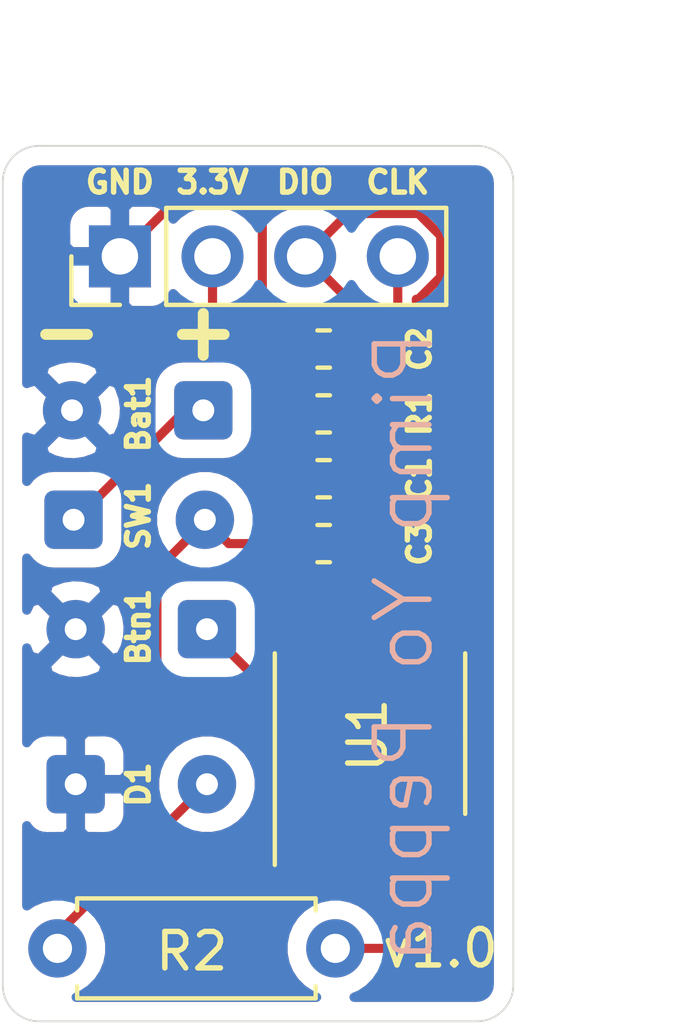
<source format=kicad_pcb>
(kicad_pcb (version 20171130) (host pcbnew 5.1.6-c6e7f7d~86~ubuntu18.04.1)

  (general
    (thickness 1.6)
    (drawings 18)
    (tracks 55)
    (zones 0)
    (modules 11)
    (nets 17)
  )

  (page A4)
  (layers
    (0 F.Cu signal)
    (31 B.Cu signal hide)
    (32 B.Adhes user)
    (33 F.Adhes user)
    (34 B.Paste user)
    (35 F.Paste user)
    (36 B.SilkS user hide)
    (37 F.SilkS user)
    (38 B.Mask user)
    (39 F.Mask user)
    (40 Dwgs.User user)
    (41 Cmts.User user)
    (42 Eco1.User user)
    (43 Eco2.User user)
    (44 Edge.Cuts user)
    (45 Margin user)
    (46 B.CrtYd user)
    (47 F.CrtYd user)
    (48 B.Fab user)
    (49 F.Fab user hide)
  )

  (setup
    (last_trace_width 0.25)
    (trace_clearance 0.2)
    (zone_clearance 0.508)
    (zone_45_only no)
    (trace_min 0.2)
    (via_size 0.8)
    (via_drill 0.4)
    (via_min_size 0.4)
    (via_min_drill 0.3)
    (uvia_size 0.3)
    (uvia_drill 0.1)
    (uvias_allowed no)
    (uvia_min_size 0.2)
    (uvia_min_drill 0.1)
    (edge_width 0.05)
    (segment_width 0.2)
    (pcb_text_width 0.3)
    (pcb_text_size 1.5 1.5)
    (mod_edge_width 0.12)
    (mod_text_size 1 1)
    (mod_text_width 0.15)
    (pad_size 1.524 1.524)
    (pad_drill 0.762)
    (pad_to_mask_clearance 0.05)
    (aux_axis_origin 0 0)
    (visible_elements FFFFFF7F)
    (pcbplotparams
      (layerselection 0x010fc_ffffffff)
      (usegerberextensions false)
      (usegerberattributes true)
      (usegerberadvancedattributes true)
      (creategerberjobfile true)
      (excludeedgelayer true)
      (linewidth 0.100000)
      (plotframeref false)
      (viasonmask false)
      (mode 1)
      (useauxorigin false)
      (hpglpennumber 1)
      (hpglpenspeed 20)
      (hpglpendiameter 15.000000)
      (psnegative false)
      (psa4output false)
      (plotreference true)
      (plotvalue true)
      (plotinvisibletext false)
      (padsonsilk false)
      (subtractmaskfromsilk false)
      (outputformat 1)
      (mirror false)
      (drillshape 0)
      (scaleselection 1)
      (outputdirectory "plots/"))
  )

  (net 0 "")
  (net 1 VCC)
  (net 2 GND)
  (net 3 "Net-(D1-Pad2)")
  (net 4 "Net-(U1-Pad2)")
  (net 5 "Net-(U1-Pad3)")
  (net 6 "Net-(U1-Pad4)")
  (net 7 "Net-(U1-Pad6)")
  (net 8 "Net-(U1-Pad7)")
  (net 9 "Net-(R2-Pad2)")
  (net 10 "Net-(U1-Pad12)")
  (net 11 "Net-(U1-Pad13)")
  (net 12 SBWTDIO)
  (net 13 SBWTCK)
  (net 14 "Net-(Btn1-Pad1)")
  (net 15 "Net-(U1-Pad9)")
  (net 16 "Net-(Bat1-Pad1)")

  (net_class Default "This is the default net class."
    (clearance 0.2)
    (trace_width 0.25)
    (via_dia 0.8)
    (via_drill 0.4)
    (uvia_dia 0.3)
    (uvia_drill 0.1)
    (add_net GND)
    (add_net "Net-(Bat1-Pad1)")
    (add_net "Net-(Btn1-Pad1)")
    (add_net "Net-(D1-Pad2)")
    (add_net "Net-(R2-Pad2)")
    (add_net "Net-(U1-Pad12)")
    (add_net "Net-(U1-Pad13)")
    (add_net "Net-(U1-Pad2)")
    (add_net "Net-(U1-Pad3)")
    (add_net "Net-(U1-Pad4)")
    (add_net "Net-(U1-Pad6)")
    (add_net "Net-(U1-Pad7)")
    (add_net "Net-(U1-Pad9)")
    (add_net SBWTCK)
    (add_net SBWTDIO)
    (add_net VCC)
  )

  (module Connector_PinHeader_2.54mm:PinHeader_1x04_P2.54mm_Vertical (layer F.Cu) (tedit 59FED5CC) (tstamp 5EC7C7F4)
    (at 172.212 -13.97 90)
    (descr "Through hole straight pin header, 1x04, 2.54mm pitch, single row")
    (tags "Through hole pin header THT 1x04 2.54mm single row")
    (path /5ED55E1B)
    (fp_text reference J1 (at 0 -2.33 90) (layer F.SilkS) hide
      (effects (font (size 1 1) (thickness 0.15)))
    )
    (fp_text value Conn_01x04 (at 0 9.95 90) (layer F.Fab)
      (effects (font (size 1 1) (thickness 0.15)))
    )
    (fp_line (start 1.8 -1.8) (end -1.8 -1.8) (layer F.CrtYd) (width 0.05))
    (fp_line (start 1.8 9.4) (end 1.8 -1.8) (layer F.CrtYd) (width 0.05))
    (fp_line (start -1.8 9.4) (end 1.8 9.4) (layer F.CrtYd) (width 0.05))
    (fp_line (start -1.8 -1.8) (end -1.8 9.4) (layer F.CrtYd) (width 0.05))
    (fp_line (start -1.33 -1.33) (end 0 -1.33) (layer F.SilkS) (width 0.12))
    (fp_line (start -1.33 0) (end -1.33 -1.33) (layer F.SilkS) (width 0.12))
    (fp_line (start -1.33 1.27) (end 1.33 1.27) (layer F.SilkS) (width 0.12))
    (fp_line (start 1.33 1.27) (end 1.33 8.95) (layer F.SilkS) (width 0.12))
    (fp_line (start -1.33 1.27) (end -1.33 8.95) (layer F.SilkS) (width 0.12))
    (fp_line (start -1.33 8.95) (end 1.33 8.95) (layer F.SilkS) (width 0.12))
    (fp_line (start -1.27 -0.635) (end -0.635 -1.27) (layer F.Fab) (width 0.1))
    (fp_line (start -1.27 8.89) (end -1.27 -0.635) (layer F.Fab) (width 0.1))
    (fp_line (start 1.27 8.89) (end -1.27 8.89) (layer F.Fab) (width 0.1))
    (fp_line (start 1.27 -1.27) (end 1.27 8.89) (layer F.Fab) (width 0.1))
    (fp_line (start -0.635 -1.27) (end 1.27 -1.27) (layer F.Fab) (width 0.1))
    (fp_text user %R (at 0 3.81) (layer F.Fab)
      (effects (font (size 1 1) (thickness 0.15)))
    )
    (pad 1 thru_hole rect (at 0 0 90) (size 1.7 1.7) (drill 1) (layers *.Cu *.Mask)
      (net 2 GND))
    (pad 2 thru_hole oval (at 0 2.54 90) (size 1.7 1.7) (drill 1) (layers *.Cu *.Mask)
      (net 1 VCC))
    (pad 3 thru_hole oval (at 0 5.08 90) (size 1.7 1.7) (drill 1) (layers *.Cu *.Mask)
      (net 12 SBWTDIO))
    (pad 4 thru_hole oval (at 0 7.62 90) (size 1.7 1.7) (drill 1) (layers *.Cu *.Mask)
      (net 13 SBWTCK))
    (model ${KISYS3DMOD}/Connector_PinHeader_2.54mm.3dshapes/PinHeader_1x04_P2.54mm_Vertical.wrl
      (at (xyz 0 0 0))
      (scale (xyz 1 1 1))
      (rotate (xyz 0 0 0))
    )
  )

  (module Resistor_SMD:R_0603_1608Metric_Pad1.05x0.95mm_HandSolder (layer F.Cu) (tedit 5B301BBD) (tstamp 5EC72871)
    (at 177.8 -9.652 180)
    (descr "Resistor SMD 0603 (1608 Metric), square (rectangular) end terminal, IPC_7351 nominal with elongated pad for handsoldering. (Body size source: http://www.tortai-tech.com/upload/download/2011102023233369053.pdf), generated with kicad-footprint-generator")
    (tags "resistor handsolder")
    (path /5EC9FA86)
    (attr smd)
    (fp_text reference R1 (at -2.625 0 270) (layer F.SilkS)
      (effects (font (size 0.6 0.6) (thickness 0.15)))
    )
    (fp_text value R (at 0 1.43) (layer F.Fab)
      (effects (font (size 1 1) (thickness 0.15)))
    )
    (fp_line (start -0.8 0.4) (end -0.8 -0.4) (layer F.Fab) (width 0.1))
    (fp_line (start -0.8 -0.4) (end 0.8 -0.4) (layer F.Fab) (width 0.1))
    (fp_line (start 0.8 -0.4) (end 0.8 0.4) (layer F.Fab) (width 0.1))
    (fp_line (start 0.8 0.4) (end -0.8 0.4) (layer F.Fab) (width 0.1))
    (fp_line (start -0.171267 -0.51) (end 0.171267 -0.51) (layer F.SilkS) (width 0.12))
    (fp_line (start -0.171267 0.51) (end 0.171267 0.51) (layer F.SilkS) (width 0.12))
    (fp_line (start -1.65 0.73) (end -1.65 -0.73) (layer F.CrtYd) (width 0.05))
    (fp_line (start -1.65 -0.73) (end 1.65 -0.73) (layer F.CrtYd) (width 0.05))
    (fp_line (start 1.65 -0.73) (end 1.65 0.73) (layer F.CrtYd) (width 0.05))
    (fp_line (start 1.65 0.73) (end -1.65 0.73) (layer F.CrtYd) (width 0.05))
    (fp_text user %R (at 0 0) (layer F.Fab)
      (effects (font (size 0.4 0.4) (thickness 0.06)))
    )
    (pad 2 smd roundrect (at 0.875 0 180) (size 1.05 0.95) (layers F.Cu F.Paste F.Mask) (roundrect_rratio 0.25)
      (net 1 VCC))
    (pad 1 smd roundrect (at -0.875 0 180) (size 1.05 0.95) (layers F.Cu F.Paste F.Mask) (roundrect_rratio 0.25)
      (net 12 SBWTDIO))
    (model ${KISYS3DMOD}/Resistor_SMD.3dshapes/R_0603_1608Metric.wrl
      (at (xyz 0 0 0))
      (scale (xyz 1 1 1))
      (rotate (xyz 0 0 0))
    )
  )

  (module Capacitor_SMD:C_0603_1608Metric_Pad1.05x0.95mm_HandSolder (layer F.Cu) (tedit 5B301BBE) (tstamp 5EC73559)
    (at 177.8 -6.096)
    (descr "Capacitor SMD 0603 (1608 Metric), square (rectangular) end terminal, IPC_7351 nominal with elongated pad for handsoldering. (Body size source: http://www.tortai-tech.com/upload/download/2011102023233369053.pdf), generated with kicad-footprint-generator")
    (tags "capacitor handsolder")
    (path /5ECEA9AE)
    (attr smd)
    (fp_text reference C3 (at 2.625 0 270) (layer F.SilkS)
      (effects (font (size 0.6 0.6) (thickness 0.15)))
    )
    (fp_text value 100nF (at 0 1.43) (layer F.Fab)
      (effects (font (size 1 1) (thickness 0.15)))
    )
    (fp_line (start -0.8 0.4) (end -0.8 -0.4) (layer F.Fab) (width 0.1))
    (fp_line (start -0.8 -0.4) (end 0.8 -0.4) (layer F.Fab) (width 0.1))
    (fp_line (start 0.8 -0.4) (end 0.8 0.4) (layer F.Fab) (width 0.1))
    (fp_line (start 0.8 0.4) (end -0.8 0.4) (layer F.Fab) (width 0.1))
    (fp_line (start -0.171267 -0.51) (end 0.171267 -0.51) (layer F.SilkS) (width 0.12))
    (fp_line (start -0.171267 0.51) (end 0.171267 0.51) (layer F.SilkS) (width 0.12))
    (fp_line (start -1.65 0.73) (end -1.65 -0.73) (layer F.CrtYd) (width 0.05))
    (fp_line (start -1.65 -0.73) (end 1.65 -0.73) (layer F.CrtYd) (width 0.05))
    (fp_line (start 1.65 -0.73) (end 1.65 0.73) (layer F.CrtYd) (width 0.05))
    (fp_line (start 1.65 0.73) (end -1.65 0.73) (layer F.CrtYd) (width 0.05))
    (fp_text user %R (at 0 0) (layer F.Fab)
      (effects (font (size 0.4 0.4) (thickness 0.06)))
    )
    (pad 2 smd roundrect (at 0.875 0) (size 1.05 0.95) (layers F.Cu F.Paste F.Mask) (roundrect_rratio 0.25)
      (net 2 GND))
    (pad 1 smd roundrect (at -0.875 0) (size 1.05 0.95) (layers F.Cu F.Paste F.Mask) (roundrect_rratio 0.25)
      (net 1 VCC))
    (model ${KISYS3DMOD}/Capacitor_SMD.3dshapes/C_0603_1608Metric.wrl
      (at (xyz 0 0 0))
      (scale (xyz 1 1 1))
      (rotate (xyz 0 0 0))
    )
  )

  (module Capacitor_SMD:C_0603_1608Metric_Pad1.05x0.95mm_HandSolder (layer F.Cu) (tedit 5B301BBE) (tstamp 5EC72820)
    (at 177.8 -11.43 180)
    (descr "Capacitor SMD 0603 (1608 Metric), square (rectangular) end terminal, IPC_7351 nominal with elongated pad for handsoldering. (Body size source: http://www.tortai-tech.com/upload/download/2011102023233369053.pdf), generated with kicad-footprint-generator")
    (tags "capacitor handsolder")
    (path /5ECA5D24)
    (attr smd)
    (fp_text reference C2 (at -2.625 0 270) (layer F.SilkS)
      (effects (font (size 0.6 0.6) (thickness 0.15)))
    )
    (fp_text value 1nF (at 0 1.43) (layer F.Fab)
      (effects (font (size 1 1) (thickness 0.15)))
    )
    (fp_line (start -0.8 0.4) (end -0.8 -0.4) (layer F.Fab) (width 0.1))
    (fp_line (start -0.8 -0.4) (end 0.8 -0.4) (layer F.Fab) (width 0.1))
    (fp_line (start 0.8 -0.4) (end 0.8 0.4) (layer F.Fab) (width 0.1))
    (fp_line (start 0.8 0.4) (end -0.8 0.4) (layer F.Fab) (width 0.1))
    (fp_line (start -0.171267 -0.51) (end 0.171267 -0.51) (layer F.SilkS) (width 0.12))
    (fp_line (start -0.171267 0.51) (end 0.171267 0.51) (layer F.SilkS) (width 0.12))
    (fp_line (start -1.65 0.73) (end -1.65 -0.73) (layer F.CrtYd) (width 0.05))
    (fp_line (start -1.65 -0.73) (end 1.65 -0.73) (layer F.CrtYd) (width 0.05))
    (fp_line (start 1.65 -0.73) (end 1.65 0.73) (layer F.CrtYd) (width 0.05))
    (fp_line (start 1.65 0.73) (end -1.65 0.73) (layer F.CrtYd) (width 0.05))
    (fp_text user %R (at 0 0) (layer F.Fab)
      (effects (font (size 0.4 0.4) (thickness 0.06)))
    )
    (pad 2 smd roundrect (at 0.875 0 180) (size 1.05 0.95) (layers F.Cu F.Paste F.Mask) (roundrect_rratio 0.25)
      (net 2 GND))
    (pad 1 smd roundrect (at -0.875 0 180) (size 1.05 0.95) (layers F.Cu F.Paste F.Mask) (roundrect_rratio 0.25)
      (net 12 SBWTDIO))
    (model ${KISYS3DMOD}/Capacitor_SMD.3dshapes/C_0603_1608Metric.wrl
      (at (xyz 0 0 0))
      (scale (xyz 1 1 1))
      (rotate (xyz 0 0 0))
    )
  )

  (module Capacitor_SMD:C_0603_1608Metric_Pad1.05x0.95mm_HandSolder (layer F.Cu) (tedit 5B301BBE) (tstamp 5EC728A1)
    (at 177.8 -7.874)
    (descr "Capacitor SMD 0603 (1608 Metric), square (rectangular) end terminal, IPC_7351 nominal with elongated pad for handsoldering. (Body size source: http://www.tortai-tech.com/upload/download/2011102023233369053.pdf), generated with kicad-footprint-generator")
    (tags "capacitor handsolder")
    (path /5ECE893E)
    (attr smd)
    (fp_text reference C1 (at 2.625 0 270) (layer F.SilkS)
      (effects (font (size 0.6 0.6) (thickness 0.15)))
    )
    (fp_text value 10uF/10V (at 0 1.43) (layer F.Fab)
      (effects (font (size 1 1) (thickness 0.15)))
    )
    (fp_line (start -0.8 0.4) (end -0.8 -0.4) (layer F.Fab) (width 0.1))
    (fp_line (start -0.8 -0.4) (end 0.8 -0.4) (layer F.Fab) (width 0.1))
    (fp_line (start 0.8 -0.4) (end 0.8 0.4) (layer F.Fab) (width 0.1))
    (fp_line (start 0.8 0.4) (end -0.8 0.4) (layer F.Fab) (width 0.1))
    (fp_line (start -0.171267 -0.51) (end 0.171267 -0.51) (layer F.SilkS) (width 0.12))
    (fp_line (start -0.171267 0.51) (end 0.171267 0.51) (layer F.SilkS) (width 0.12))
    (fp_line (start -1.65 0.73) (end -1.65 -0.73) (layer F.CrtYd) (width 0.05))
    (fp_line (start -1.65 -0.73) (end 1.65 -0.73) (layer F.CrtYd) (width 0.05))
    (fp_line (start 1.65 -0.73) (end 1.65 0.73) (layer F.CrtYd) (width 0.05))
    (fp_line (start 1.65 0.73) (end -1.65 0.73) (layer F.CrtYd) (width 0.05))
    (fp_text user %R (at 0 0) (layer F.Fab)
      (effects (font (size 0.4 0.4) (thickness 0.06)))
    )
    (pad 2 smd roundrect (at 0.875 0) (size 1.05 0.95) (layers F.Cu F.Paste F.Mask) (roundrect_rratio 0.25)
      (net 2 GND))
    (pad 1 smd roundrect (at -0.875 0) (size 1.05 0.95) (layers F.Cu F.Paste F.Mask) (roundrect_rratio 0.25)
      (net 1 VCC))
    (model ${KISYS3DMOD}/Capacitor_SMD.3dshapes/C_0603_1608Metric.wrl
      (at (xyz 0 0 0))
      (scale (xyz 1 1 1))
      (rotate (xyz 0 0 0))
    )
  )

  (module Resistor_THT:R_Axial_DIN0207_L6.3mm_D2.5mm_P7.62mm_Horizontal (layer F.Cu) (tedit 5AE5139B) (tstamp 5EC72B02)
    (at 170.5 5)
    (descr "Resistor, Axial_DIN0207 series, Axial, Horizontal, pin pitch=7.62mm, 0.25W = 1/4W, length*diameter=6.3*2.5mm^2, http://cdn-reichelt.de/documents/datenblatt/B400/1_4W%23YAG.pdf")
    (tags "Resistor Axial_DIN0207 series Axial Horizontal pin pitch 7.62mm 0.25W = 1/4W length 6.3mm diameter 2.5mm")
    (path /5EC62DF1)
    (fp_text reference R2 (at 3.683 0.08) (layer F.SilkS)
      (effects (font (size 1 1) (thickness 0.15)))
    )
    (fp_text value 12 (at 3.81 2.37) (layer F.Fab)
      (effects (font (size 1 1) (thickness 0.15)))
    )
    (fp_line (start 0.66 -1.25) (end 0.66 1.25) (layer F.Fab) (width 0.1))
    (fp_line (start 0.66 1.25) (end 6.96 1.25) (layer F.Fab) (width 0.1))
    (fp_line (start 6.96 1.25) (end 6.96 -1.25) (layer F.Fab) (width 0.1))
    (fp_line (start 6.96 -1.25) (end 0.66 -1.25) (layer F.Fab) (width 0.1))
    (fp_line (start 0 0) (end 0.66 0) (layer F.Fab) (width 0.1))
    (fp_line (start 7.62 0) (end 6.96 0) (layer F.Fab) (width 0.1))
    (fp_line (start 0.54 -1.04) (end 0.54 -1.37) (layer F.SilkS) (width 0.12))
    (fp_line (start 0.54 -1.37) (end 7.08 -1.37) (layer F.SilkS) (width 0.12))
    (fp_line (start 7.08 -1.37) (end 7.08 -1.04) (layer F.SilkS) (width 0.12))
    (fp_line (start 0.54 1.04) (end 0.54 1.37) (layer F.SilkS) (width 0.12))
    (fp_line (start 0.54 1.37) (end 7.08 1.37) (layer F.SilkS) (width 0.12))
    (fp_line (start 7.08 1.37) (end 7.08 1.04) (layer F.SilkS) (width 0.12))
    (fp_line (start -1.05 -1.5) (end -1.05 1.5) (layer F.CrtYd) (width 0.05))
    (fp_line (start -1.05 1.5) (end 8.67 1.5) (layer F.CrtYd) (width 0.05))
    (fp_line (start 8.67 1.5) (end 8.67 -1.5) (layer F.CrtYd) (width 0.05))
    (fp_line (start 8.67 -1.5) (end -1.05 -1.5) (layer F.CrtYd) (width 0.05))
    (fp_text user %R (at 3.81 0) (layer F.Fab)
      (effects (font (size 1 1) (thickness 0.15)))
    )
    (pad 2 thru_hole oval (at 7.62 0) (size 1.6 1.6) (drill 0.8) (layers *.Cu *.Mask)
      (net 9 "Net-(R2-Pad2)"))
    (pad 1 thru_hole circle (at 0 0) (size 1.6 1.6) (drill 0.8) (layers *.Cu *.Mask)
      (net 3 "Net-(D1-Pad2)"))
    (model ${KISYS3DMOD}/Resistor_THT.3dshapes/R_Axial_DIN0207_L6.3mm_D2.5mm_P7.62mm_Horizontal.wrl
      (at (xyz 0 0 0))
      (scale (xyz 1 1 1))
      (rotate (xyz 0 0 0))
    )
  )

  (module Connector_Wire:SolderWire-0.1sqmm_1x02_P3.6mm_D0.4mm_OD1mm (layer F.Cu) (tedit 5EB70B42) (tstamp 5EC7BDCD)
    (at 174.5 -9.75 180)
    (descr "Soldered wire connection, for 2 times 0.1 mm² wires, basic insulation, conductor diameter 0.4mm, outer diameter 1mm, size source Multi-Contact FLEXI-E 0.1 (https://ec.staubli.com/AcroFiles/Catalogues/TM_Cab-Main-11014119_(en)_hi.pdf), bend radius 3 times outer diameter, generated with kicad-footprint-generator")
    (tags "connector wire 0.1sqmm")
    (path /5EC6DDF5)
    (attr virtual)
    (fp_text reference Bat1 (at 1.78 -0.098 90) (layer F.SilkS)
      (effects (font (size 0.6 0.6) (thickness 0.15)))
    )
    (fp_text value 3V (at 1.8 2) (layer F.Fab)
      (effects (font (size 1 1) (thickness 0.15)))
    )
    (fp_circle (center 0 0) (end 0.5 0) (layer F.Fab) (width 0.1))
    (fp_circle (center 3.6 0) (end 4.1 0) (layer F.Fab) (width 0.1))
    (fp_line (start -1.3 -1.3) (end -1.3 1.3) (layer F.CrtYd) (width 0.05))
    (fp_line (start -1.3 1.3) (end 1.3 1.3) (layer F.CrtYd) (width 0.05))
    (fp_line (start 1.3 1.3) (end 1.3 -1.3) (layer F.CrtYd) (width 0.05))
    (fp_line (start 1.3 -1.3) (end -1.3 -1.3) (layer F.CrtYd) (width 0.05))
    (fp_line (start 2.3 -1.3) (end 2.3 1.3) (layer F.CrtYd) (width 0.05))
    (fp_line (start 2.3 1.3) (end 4.9 1.3) (layer F.CrtYd) (width 0.05))
    (fp_line (start 4.9 1.3) (end 4.9 -1.3) (layer F.CrtYd) (width 0.05))
    (fp_line (start 4.9 -1.3) (end 2.3 -1.3) (layer F.CrtYd) (width 0.05))
    (fp_text user %R (at 1.8 0 180) (layer F.Fab)
      (effects (font (size 0.65 0.65) (thickness 0.1)))
    )
    (pad 2 thru_hole circle (at 3.6 0 180) (size 1.6 1.6) (drill 0.6) (layers *.Cu *.Mask)
      (net 2 GND))
    (pad 1 thru_hole roundrect (at 0 0 180) (size 1.6 1.6) (drill 0.6) (layers *.Cu *.Mask) (roundrect_rratio 0.15625)
      (net 16 "Net-(Bat1-Pad1)"))
    (model ${KISYS3DMOD}/Connector_Wire.3dshapes/SolderWire-0.1sqmm_1x02_P3.6mm_D0.4mm_OD1mm.wrl
      (at (xyz 0 0 0))
      (scale (xyz 1 1 1))
      (rotate (xyz 0 0 0))
    )
  )

  (module Connector_Wire:SolderWire-0.1sqmm_1x02_P3.6mm_D0.4mm_OD1mm (layer F.Cu) (tedit 5EB70B42) (tstamp 5EC734F6)
    (at 174.6 -3.75 180)
    (descr "Soldered wire connection, for 2 times 0.1 mm² wires, basic insulation, conductor diameter 0.4mm, outer diameter 1mm, size source Multi-Contact FLEXI-E 0.1 (https://ec.staubli.com/AcroFiles/Catalogues/TM_Cab-Main-11014119_(en)_hi.pdf), bend radius 3 times outer diameter, generated with kicad-footprint-generator")
    (tags "connector wire 0.1sqmm")
    (path /5ED00327)
    (attr virtual)
    (fp_text reference Btn1 (at 1.88 0.06 90) (layer F.SilkS)
      (effects (font (size 0.6 0.6) (thickness 0.15)))
    )
    (fp_text value SW_Push (at 1.8 2) (layer F.Fab)
      (effects (font (size 1 1) (thickness 0.15)))
    )
    (fp_circle (center 0 0) (end 0.5 0) (layer F.Fab) (width 0.1))
    (fp_circle (center 3.6 0) (end 4.1 0) (layer F.Fab) (width 0.1))
    (fp_line (start -1.3 -1.3) (end -1.3 1.3) (layer F.CrtYd) (width 0.05))
    (fp_line (start -1.3 1.3) (end 1.3 1.3) (layer F.CrtYd) (width 0.05))
    (fp_line (start 1.3 1.3) (end 1.3 -1.3) (layer F.CrtYd) (width 0.05))
    (fp_line (start 1.3 -1.3) (end -1.3 -1.3) (layer F.CrtYd) (width 0.05))
    (fp_line (start 2.3 -1.3) (end 2.3 1.3) (layer F.CrtYd) (width 0.05))
    (fp_line (start 2.3 1.3) (end 4.9 1.3) (layer F.CrtYd) (width 0.05))
    (fp_line (start 4.9 1.3) (end 4.9 -1.3) (layer F.CrtYd) (width 0.05))
    (fp_line (start 4.9 -1.3) (end 2.3 -1.3) (layer F.CrtYd) (width 0.05))
    (fp_text user %R (at 1.8 0 90) (layer F.Fab)
      (effects (font (size 0.65 0.65) (thickness 0.1)))
    )
    (pad 2 thru_hole circle (at 3.6 0 180) (size 1.6 1.6) (drill 0.6) (layers *.Cu *.Mask)
      (net 2 GND))
    (pad 1 thru_hole roundrect (at 0 0 180) (size 1.6 1.6) (drill 0.6) (layers *.Cu *.Mask) (roundrect_rratio 0.15625)
      (net 14 "Net-(Btn1-Pad1)"))
    (model ${KISYS3DMOD}/Connector_Wire.3dshapes/SolderWire-0.1sqmm_1x02_P3.6mm_D0.4mm_OD1mm.wrl
      (at (xyz 0 0 0))
      (scale (xyz 1 1 1))
      (rotate (xyz 0 0 0))
    )
  )

  (module Connector_Wire:SolderWire-0.1sqmm_1x02_P3.6mm_D0.4mm_OD1mm (layer F.Cu) (tedit 5EB70B42) (tstamp 5EC728D1)
    (at 170.942 -6.75)
    (descr "Soldered wire connection, for 2 times 0.1 mm² wires, basic insulation, conductor diameter 0.4mm, outer diameter 1mm, size source Multi-Contact FLEXI-E 0.1 (https://ec.staubli.com/AcroFiles/Catalogues/TM_Cab-Main-11014119_(en)_hi.pdf), bend radius 3 times outer diameter, generated with kicad-footprint-generator")
    (tags "connector wire 0.1sqmm")
    (path /5EC6F54B)
    (attr virtual)
    (fp_text reference SW1 (at 1.778 -0.108 90) (layer F.SilkS)
      (effects (font (size 0.6 0.6) (thickness 0.15)))
    )
    (fp_text value SW_DIP_x01 (at 1.8 2) (layer F.Fab)
      (effects (font (size 1 1) (thickness 0.15)))
    )
    (fp_circle (center 0 0) (end 0.5 0) (layer F.Fab) (width 0.1))
    (fp_circle (center 3.6 0) (end 4.1 0) (layer F.Fab) (width 0.1))
    (fp_line (start -1.3 -1.3) (end -1.3 1.3) (layer F.CrtYd) (width 0.05))
    (fp_line (start -1.3 1.3) (end 1.3 1.3) (layer F.CrtYd) (width 0.05))
    (fp_line (start 1.3 1.3) (end 1.3 -1.3) (layer F.CrtYd) (width 0.05))
    (fp_line (start 1.3 -1.3) (end -1.3 -1.3) (layer F.CrtYd) (width 0.05))
    (fp_line (start 2.3 -1.3) (end 2.3 1.3) (layer F.CrtYd) (width 0.05))
    (fp_line (start 2.3 1.3) (end 4.9 1.3) (layer F.CrtYd) (width 0.05))
    (fp_line (start 4.9 1.3) (end 4.9 -1.3) (layer F.CrtYd) (width 0.05))
    (fp_line (start 4.9 -1.3) (end 2.3 -1.3) (layer F.CrtYd) (width 0.05))
    (fp_text user %R (at 1.8 0 90) (layer F.Fab)
      (effects (font (size 0.65 0.65) (thickness 0.1)))
    )
    (pad 2 thru_hole circle (at 3.6 0) (size 1.6 1.6) (drill 0.6) (layers *.Cu *.Mask)
      (net 1 VCC))
    (pad 1 thru_hole roundrect (at 0 0) (size 1.6 1.6) (drill 0.6) (layers *.Cu *.Mask) (roundrect_rratio 0.15625)
      (net 16 "Net-(Bat1-Pad1)"))
    (model ${KISYS3DMOD}/Connector_Wire.3dshapes/SolderWire-0.1sqmm_1x02_P3.6mm_D0.4mm_OD1mm.wrl
      (at (xyz 0 0 0))
      (scale (xyz 1 1 1))
      (rotate (xyz 0 0 0))
    )
  )

  (module Connector_Wire:SolderWire-0.1sqmm_1x02_P3.6mm_D0.4mm_OD1mm (layer F.Cu) (tedit 5EB70B42) (tstamp 5EC7A117)
    (at 171 0.5)
    (descr "Soldered wire connection, for 2 times 0.1 mm² wires, basic insulation, conductor diameter 0.4mm, outer diameter 1mm, size source Multi-Contact FLEXI-E 0.1 (https://ec.staubli.com/AcroFiles/Catalogues/TM_Cab-Main-11014119_(en)_hi.pdf), bend radius 3 times outer diameter, generated with kicad-footprint-generator")
    (tags "connector wire 0.1sqmm")
    (path /5EC63CC2)
    (attr virtual)
    (fp_text reference D1 (at 1.72 0.008 90) (layer F.SilkS)
      (effects (font (size 0.6 0.6) (thickness 0.15)))
    )
    (fp_text value LED (at 1.8 2) (layer F.Fab)
      (effects (font (size 1 1) (thickness 0.15)))
    )
    (fp_circle (center 0 0) (end 0.5 0) (layer F.Fab) (width 0.1))
    (fp_circle (center 3.6 0) (end 4.1 0) (layer F.Fab) (width 0.1))
    (fp_line (start -1.3 -1.3) (end -1.3 1.3) (layer F.CrtYd) (width 0.05))
    (fp_line (start -1.3 1.3) (end 1.3 1.3) (layer F.CrtYd) (width 0.05))
    (fp_line (start 1.3 1.3) (end 1.3 -1.3) (layer F.CrtYd) (width 0.05))
    (fp_line (start 1.3 -1.3) (end -1.3 -1.3) (layer F.CrtYd) (width 0.05))
    (fp_line (start 2.3 -1.3) (end 2.3 1.3) (layer F.CrtYd) (width 0.05))
    (fp_line (start 2.3 1.3) (end 4.9 1.3) (layer F.CrtYd) (width 0.05))
    (fp_line (start 4.9 1.3) (end 4.9 -1.3) (layer F.CrtYd) (width 0.05))
    (fp_line (start 4.9 -1.3) (end 2.3 -1.3) (layer F.CrtYd) (width 0.05))
    (fp_text user %R (at 1.8 0 90) (layer F.Fab)
      (effects (font (size 0.65 0.65) (thickness 0.1)))
    )
    (pad 2 thru_hole circle (at 3.6 0) (size 1.6 1.6) (drill 0.6) (layers *.Cu *.Mask)
      (net 3 "Net-(D1-Pad2)"))
    (pad 1 thru_hole roundrect (at 0 0) (size 1.6 1.6) (drill 0.6) (layers *.Cu *.Mask) (roundrect_rratio 0.15625)
      (net 2 GND))
    (model ${KISYS3DMOD}/Connector_Wire.3dshapes/SolderWire-0.1sqmm_1x02_P3.6mm_D0.4mm_OD1mm.wrl
      (at (xyz 0 0 0))
      (scale (xyz 1 1 1))
      (rotate (xyz 0 0 0))
    )
  )

  (module Package_SO:TSSOP-14_4.4x5mm_P0.65mm (layer F.Cu) (tedit 5E476F32) (tstamp 5EC7C98B)
    (at 179.07 -0.8875 90)
    (descr "TSSOP, 14 Pin (JEDEC MO-153 Var AB-1 https://www.jedec.org/document_search?search_api_views_fulltext=MO-153), generated with kicad-footprint-generator ipc_gullwing_generator.py")
    (tags "TSSOP SO")
    (path /5EC5E842)
    (attr smd)
    (fp_text reference U1 (at -0.044001 -0.067001 90) (layer F.SilkS)
      (effects (font (size 1 1) (thickness 0.15)))
    )
    (fp_text value MSP430G2001IPW14 (at 0 3.45 90) (layer F.Fab)
      (effects (font (size 1 1) (thickness 0.15)))
    )
    (fp_line (start 3.85 -2.75) (end -3.85 -2.75) (layer F.CrtYd) (width 0.05))
    (fp_line (start 3.85 2.75) (end 3.85 -2.75) (layer F.CrtYd) (width 0.05))
    (fp_line (start -3.85 2.75) (end 3.85 2.75) (layer F.CrtYd) (width 0.05))
    (fp_line (start -3.85 -2.75) (end -3.85 2.75) (layer F.CrtYd) (width 0.05))
    (fp_line (start -2.2 -1.5) (end -1.2 -2.5) (layer F.Fab) (width 0.1))
    (fp_line (start -2.2 2.5) (end -2.2 -1.5) (layer F.Fab) (width 0.1))
    (fp_line (start 2.2 2.5) (end -2.2 2.5) (layer F.Fab) (width 0.1))
    (fp_line (start 2.2 -2.5) (end 2.2 2.5) (layer F.Fab) (width 0.1))
    (fp_line (start -1.2 -2.5) (end 2.2 -2.5) (layer F.Fab) (width 0.1))
    (fp_line (start 0 -2.61) (end -3.6 -2.61) (layer F.SilkS) (width 0.12))
    (fp_line (start 0 -2.61) (end 2.2 -2.61) (layer F.SilkS) (width 0.12))
    (fp_line (start 0 2.61) (end -2.2 2.61) (layer F.SilkS) (width 0.12))
    (fp_line (start 0 2.61) (end 2.2 2.61) (layer F.SilkS) (width 0.12))
    (fp_text user %R (at 0 0 90) (layer F.Fab)
      (effects (font (size 1 1) (thickness 0.15)))
    )
    (pad 1 smd roundrect (at -2.8625 -1.95 90) (size 1.475 0.4) (layers F.Cu F.Paste F.Mask) (roundrect_rratio 0.25)
      (net 1 VCC))
    (pad 2 smd roundrect (at -2.8625 -1.3 90) (size 1.475 0.4) (layers F.Cu F.Paste F.Mask) (roundrect_rratio 0.25)
      (net 4 "Net-(U1-Pad2)"))
    (pad 3 smd roundrect (at -2.8625 -0.65 90) (size 1.475 0.4) (layers F.Cu F.Paste F.Mask) (roundrect_rratio 0.25)
      (net 5 "Net-(U1-Pad3)"))
    (pad 4 smd roundrect (at -2.8625 0 90) (size 1.475 0.4) (layers F.Cu F.Paste F.Mask) (roundrect_rratio 0.25)
      (net 6 "Net-(U1-Pad4)"))
    (pad 5 smd roundrect (at -2.8625 0.65 90) (size 1.475 0.4) (layers F.Cu F.Paste F.Mask) (roundrect_rratio 0.25)
      (net 14 "Net-(Btn1-Pad1)"))
    (pad 6 smd roundrect (at -2.8625 1.3 90) (size 1.475 0.4) (layers F.Cu F.Paste F.Mask) (roundrect_rratio 0.25)
      (net 7 "Net-(U1-Pad6)"))
    (pad 7 smd roundrect (at -2.8625 1.95 90) (size 1.475 0.4) (layers F.Cu F.Paste F.Mask) (roundrect_rratio 0.25)
      (net 8 "Net-(U1-Pad7)"))
    (pad 8 smd roundrect (at 2.8625 1.95 90) (size 1.475 0.4) (layers F.Cu F.Paste F.Mask) (roundrect_rratio 0.25)
      (net 9 "Net-(R2-Pad2)"))
    (pad 9 smd roundrect (at 2.8625 1.3 90) (size 1.475 0.4) (layers F.Cu F.Paste F.Mask) (roundrect_rratio 0.25)
      (net 15 "Net-(U1-Pad9)"))
    (pad 10 smd roundrect (at 2.8625 0.65 90) (size 1.475 0.4) (layers F.Cu F.Paste F.Mask) (roundrect_rratio 0.25)
      (net 12 SBWTDIO))
    (pad 11 smd roundrect (at 2.8625 0 90) (size 1.475 0.4) (layers F.Cu F.Paste F.Mask) (roundrect_rratio 0.25)
      (net 13 SBWTCK))
    (pad 12 smd roundrect (at 2.8625 -0.65 90) (size 1.475 0.4) (layers F.Cu F.Paste F.Mask) (roundrect_rratio 0.25)
      (net 10 "Net-(U1-Pad12)"))
    (pad 13 smd roundrect (at 2.8625 -1.3 90) (size 1.475 0.4) (layers F.Cu F.Paste F.Mask) (roundrect_rratio 0.25)
      (net 11 "Net-(U1-Pad13)"))
    (pad 14 smd roundrect (at 2.8625 -1.95 90) (size 1.475 0.4) (layers F.Cu F.Paste F.Mask) (roundrect_rratio 0.25)
      (net 2 GND))
    (model ${KISYS3DMOD}/Package_SO.3dshapes/TSSOP-14_4.4x5mm_P0.65mm.wrl
      (at (xyz 0 0 0))
      (scale (xyz 1 1 1))
      (rotate (xyz 0 0 0))
    )
  )

  (gr_text GND (at 172.212 -16.002) (layer F.SilkS) (tstamp 5ECA5EEA)
    (effects (font (size 0.6 0.6) (thickness 0.15)))
  )
  (gr_text 3.3V (at 174.752 -16.002) (layer F.SilkS) (tstamp 5ECA5EE8)
    (effects (font (size 0.6 0.6) (thickness 0.15)))
  )
  (gr_text CLK (at 179.832 -16.002) (layer F.SilkS)
    (effects (font (size 0.6 0.6) (thickness 0.15)))
  )
  (gr_text DIO (at 177.292 -16.002) (layer F.SilkS)
    (effects (font (size 0.6 0.6) (thickness 0.15)))
  )
  (gr_text "Pimp Yo Peppa" (at 180 -3.25 90) (layer B.SilkS)
    (effects (font (size 1.5 1.5) (thickness 0.15)) (justify mirror))
  )
  (dimension 24 (width 0.15) (layer Dwgs.User)
    (gr_text "24.000 mm" (at 186.549999 -5 270) (layer Dwgs.User)
      (effects (font (size 1 1) (thickness 0.15)))
    )
    (feature1 (pts (xy 184.75 7) (xy 185.83642 7)))
    (feature2 (pts (xy 184.75 -17) (xy 185.83642 -17)))
    (crossbar (pts (xy 185.249999 -17) (xy 185.249999 7)))
    (arrow1a (pts (xy 185.249999 7) (xy 184.663578 5.873496)))
    (arrow1b (pts (xy 185.249999 7) (xy 185.83642 5.873496)))
    (arrow2a (pts (xy 185.249999 -17) (xy 184.663578 -15.873496)))
    (arrow2b (pts (xy 185.249999 -17) (xy 185.83642 -15.873496)))
  )
  (dimension 14 (width 0.15) (layer Dwgs.User)
    (gr_text "14.000 mm" (at 176 -20.299999) (layer Dwgs.User)
      (effects (font (size 1 1) (thickness 0.15)))
    )
    (feature1 (pts (xy 183 -18.5) (xy 183 -19.58642)))
    (feature2 (pts (xy 169 -18.5) (xy 169 -19.58642)))
    (crossbar (pts (xy 169 -18.999999) (xy 183 -18.999999)))
    (arrow1a (pts (xy 183 -18.999999) (xy 181.873496 -18.413578)))
    (arrow1b (pts (xy 183 -18.999999) (xy 181.873496 -19.58642)))
    (arrow2a (pts (xy 169 -18.999999) (xy 170.126504 -18.413578)))
    (arrow2b (pts (xy 169 -18.999999) (xy 170.126504 -19.58642)))
  )
  (gr_text + (at 174.498 -11.938) (layer F.SilkS)
    (effects (font (size 1.5 1.5) (thickness 0.3)))
  )
  (gr_text - (at 170.75 -11.938) (layer F.SilkS)
    (effects (font (size 1.5 1.5) (thickness 0.3)))
  )
  (gr_text "v1.0\n" (at 181 5) (layer F.SilkS)
    (effects (font (size 1 1) (thickness 0.15)))
  )
  (gr_line (start 183 -16) (end 183 6) (layer Edge.Cuts) (width 0.05) (tstamp 5EC7BF04))
  (gr_line (start 182 7) (end 170 7) (layer Edge.Cuts) (width 0.05) (tstamp 5EC7B0EC))
  (gr_arc (start 182 6) (end 182 7) (angle -90) (layer Edge.Cuts) (width 0.05))
  (gr_arc (start 170 -16) (end 170 -17) (angle -90) (layer Edge.Cuts) (width 0.05))
  (gr_arc (start 182 -16) (end 183 -16) (angle -90) (layer Edge.Cuts) (width 0.05))
  (gr_line (start 170 -17) (end 182 -17) (layer Edge.Cuts) (width 0.05))
  (gr_line (start 169 6) (end 169 -16) (layer Edge.Cuts) (width 0.05))
  (gr_arc (start 170 6) (end 169 6) (angle -90) (layer Edge.Cuts) (width 0.05))

  (segment (start 176.925 -10.10949) (end 176.925 -9.652) (width 0.25) (layer F.Cu) (net 1))
  (segment (start 174.752 -12.28249) (end 176.925 -10.10949) (width 0.25) (layer F.Cu) (net 1))
  (segment (start 174.752 -13.97) (end 174.752 -12.28249) (width 0.25) (layer F.Cu) (net 1))
  (segment (start 176.925 -9.652) (end 176.925 -7.874) (width 0.25) (layer F.Cu) (net 1))
  (segment (start 176.925 -7.874) (end 176.925 -6.096) (width 0.25) (layer F.Cu) (net 1))
  (segment (start 175.196 -6.096) (end 174.542 -6.75) (width 0.25) (layer F.Cu) (net 1))
  (segment (start 176.925 -6.096) (end 175.196 -6.096) (width 0.25) (layer F.Cu) (net 1))
  (segment (start 173.228 -2.032) (end 173.228 -5.378) (width 0.25) (layer F.Cu) (net 1))
  (segment (start 177.038 -2.032) (end 173.228 -2.032) (width 0.25) (layer F.Cu) (net 1))
  (segment (start 173.228 -5.378) (end 174.6 -6.75) (width 0.25) (layer F.Cu) (net 1))
  (segment (start 177.12 1.975) (end 177.038 1.893) (width 0.25) (layer F.Cu) (net 1))
  (segment (start 177.038 1.893) (end 177.038 -2.032) (width 0.25) (layer F.Cu) (net 1))
  (segment (start 177.51651 -4.93751) (end 178.675 -6.096) (width 0.25) (layer F.Cu) (net 2))
  (segment (start 177.4636 -4.93751) (end 177.51651 -4.93751) (width 0.25) (layer F.Cu) (net 2))
  (segment (start 177.12 -4.59391) (end 177.4636 -4.93751) (width 0.25) (layer F.Cu) (net 2))
  (segment (start 177.12 -3.75) (end 177.12 -4.59391) (width 0.25) (layer F.Cu) (net 2))
  (segment (start 178.675 -7.874) (end 178.675 -6.096) (width 0.25) (layer F.Cu) (net 2))
  (segment (start 177.82499 -10.53001) (end 176.925 -11.43) (width 0.25) (layer F.Cu) (net 2))
  (segment (start 177.82499 -8.72401) (end 177.82499 -10.53001) (width 0.25) (layer F.Cu) (net 2))
  (segment (start 178.675 -7.874) (end 177.82499 -8.72401) (width 0.25) (layer F.Cu) (net 2))
  (segment (start 176.116999 -12.238001) (end 176.116999 -15.653001) (width 0.25) (layer F.Cu) (net 2))
  (segment (start 176.925 -11.43) (end 176.116999 -12.238001) (width 0.25) (layer F.Cu) (net 2))
  (segment (start 173.895001 -15.653001) (end 172.212 -13.97) (width 0.25) (layer F.Cu) (net 2))
  (segment (start 176.116999 -15.653001) (end 173.895001 -15.653001) (width 0.25) (layer F.Cu) (net 2))
  (segment (start 170.5 4.6) (end 170.5 5) (width 0.25) (layer F.Cu) (net 3))
  (segment (start 174.6 0.5) (end 170.5 4.6) (width 0.25) (layer F.Cu) (net 3))
  (segment (start 179.863558 5) (end 178.12 5) (width 0.25) (layer F.Cu) (net 9))
  (segment (start 180.9 -3.75) (end 181.02499 -3.62501) (width 0.25) (layer F.Cu) (net 9))
  (segment (start 181.54501 3.318548) (end 181.54501 -3.22499) (width 0.25) (layer F.Cu) (net 9))
  (segment (start 181.54501 -3.22499) (end 181.02 -3.75) (width 0.25) (layer F.Cu) (net 9))
  (segment (start 179.863558 5) (end 181.54501 3.318548) (width 0.25) (layer F.Cu) (net 9))
  (segment (start 177.65 -3.75) (end 177.65 -4.4875) (width 0.25) (layer F.Cu) (net 11))
  (segment (start 178.675 -12.587) (end 178.675 -11.43) (width 0.25) (layer F.Cu) (net 12))
  (segment (start 177.292 -13.97) (end 178.675 -12.587) (width 0.25) (layer F.Cu) (net 12))
  (segment (start 178.675 -11.43) (end 178.675 -9.652) (width 0.25) (layer F.Cu) (net 12))
  (segment (start 178.467001 -15.145001) (end 177.292 -13.97) (width 0.25) (layer F.Cu) (net 12))
  (segment (start 180.396001 -15.145001) (end 178.467001 -15.145001) (width 0.25) (layer F.Cu) (net 12))
  (segment (start 181.007001 -14.534001) (end 180.396001 -15.145001) (width 0.25) (layer F.Cu) (net 12))
  (segment (start 179.72 -5.184079) (end 180.34 -5.804079) (width 0.25) (layer F.Cu) (net 12))
  (segment (start 180.34 -12.794999) (end 180.396001 -12.794999) (width 0.25) (layer F.Cu) (net 12))
  (segment (start 179.72 -3.75) (end 179.72 -5.184079) (width 0.25) (layer F.Cu) (net 12))
  (segment (start 180.396001 -12.794999) (end 181.007001 -13.405999) (width 0.25) (layer F.Cu) (net 12))
  (segment (start 181.007001 -13.405999) (end 181.007001 -14.534001) (width 0.25) (layer F.Cu) (net 12))
  (segment (start 180.34 -5.804079) (end 180.34 -12.794999) (width 0.25) (layer F.Cu) (net 12))
  (segment (start 179.832 -5.93249) (end 179.832 -13.97) (width 0.25) (layer F.Cu) (net 13))
  (segment (start 179.07 -3.75) (end 179.07 -5.17049) (width 0.25) (layer F.Cu) (net 13))
  (segment (start 179.07 -5.17049) (end 179.832 -5.93249) (width 0.25) (layer F.Cu) (net 13))
  (segment (start 174.752 -3.81) (end 174.752 -3.302) (width 0.25) (layer F.Cu) (net 14))
  (segment (start 177.2244 -2.482011) (end 179.72 0.013589) (width 0.25) (layer F.Cu) (net 14))
  (segment (start 179.72 0.013589) (end 179.72 1.975) (width 0.25) (layer F.Cu) (net 14))
  (segment (start 175.867989 -2.482011) (end 177.2244 -2.482011) (width 0.25) (layer F.Cu) (net 14))
  (segment (start 174.6 -3.75) (end 175.867989 -2.482011) (width 0.25) (layer F.Cu) (net 14))
  (segment (start 180.37499 -3.62501) (end 180.25 -3.75) (width 0.25) (layer F.Cu) (net 15))
  (segment (start 174 -9.75) (end 171 -6.75) (width 0.25) (layer F.Cu) (net 16))
  (segment (start 174.5 -9.75) (end 174 -9.75) (width 0.25) (layer F.Cu) (net 16))

  (zone (net 2) (net_name GND) (layer B.Cu) (tstamp 5EC7F0CE) (hatch edge 0.508)
    (connect_pads (clearance 0.508))
    (min_thickness 0.254)
    (fill yes (arc_segments 32) (thermal_gap 0.508) (thermal_bridge_width 0.508))
    (polygon
      (pts
        (xy 183 7) (xy 169 7) (xy 169 -17) (xy 183 -17)
      )
    )
    (filled_polygon
      (pts
        (xy 182.065424 -16.33042) (xy 182.128356 -16.31142) (xy 182.186405 -16.280555) (xy 182.237343 -16.239011) (xy 182.279248 -16.188356)
        (xy 182.310515 -16.130529) (xy 182.329956 -16.067728) (xy 182.34 -15.972165) (xy 182.340001 5.967711) (xy 182.33042 6.065424)
        (xy 182.31142 6.128357) (xy 182.280554 6.186406) (xy 182.239011 6.237343) (xy 182.188356 6.279248) (xy 182.130529 6.310515)
        (xy 182.067728 6.329956) (xy 181.972165 6.34) (xy 178.634788 6.34) (xy 178.799727 6.27168) (xy 179.034759 6.114637)
        (xy 179.234637 5.914759) (xy 179.39168 5.679727) (xy 179.499853 5.418574) (xy 179.555 5.141335) (xy 179.555 4.858665)
        (xy 179.499853 4.581426) (xy 179.39168 4.320273) (xy 179.234637 4.085241) (xy 179.034759 3.885363) (xy 178.799727 3.72832)
        (xy 178.538574 3.620147) (xy 178.261335 3.565) (xy 177.978665 3.565) (xy 177.701426 3.620147) (xy 177.440273 3.72832)
        (xy 177.205241 3.885363) (xy 177.005363 4.085241) (xy 176.84832 4.320273) (xy 176.740147 4.581426) (xy 176.685 4.858665)
        (xy 176.685 5.141335) (xy 176.740147 5.418574) (xy 176.84832 5.679727) (xy 177.005363 5.914759) (xy 177.205241 6.114637)
        (xy 177.440273 6.27168) (xy 177.605212 6.34) (xy 171.014788 6.34) (xy 171.179727 6.27168) (xy 171.414759 6.114637)
        (xy 171.614637 5.914759) (xy 171.77168 5.679727) (xy 171.879853 5.418574) (xy 171.935 5.141335) (xy 171.935 4.858665)
        (xy 171.879853 4.581426) (xy 171.77168 4.320273) (xy 171.614637 4.085241) (xy 171.414759 3.885363) (xy 171.179727 3.72832)
        (xy 170.918574 3.620147) (xy 170.641335 3.565) (xy 170.358665 3.565) (xy 170.081426 3.620147) (xy 169.820273 3.72832)
        (xy 169.66 3.835411) (xy 169.66 1.63679) (xy 169.669463 1.654494) (xy 169.748815 1.751185) (xy 169.845506 1.830537)
        (xy 169.95582 1.889502) (xy 170.075518 1.925812) (xy 170.2 1.938072) (xy 170.71425 1.935) (xy 170.873 1.77625)
        (xy 170.873 0.627) (xy 171.127 0.627) (xy 171.127 1.77625) (xy 171.28575 1.935) (xy 171.8 1.938072)
        (xy 171.924482 1.925812) (xy 172.04418 1.889502) (xy 172.154494 1.830537) (xy 172.251185 1.751185) (xy 172.330537 1.654494)
        (xy 172.389502 1.54418) (xy 172.425812 1.424482) (xy 172.438072 1.3) (xy 172.435 0.78575) (xy 172.27625 0.627)
        (xy 171.127 0.627) (xy 170.873 0.627) (xy 170.853 0.627) (xy 170.853 0.373) (xy 170.873 0.373)
        (xy 170.873 -0.77625) (xy 171.127 -0.77625) (xy 171.127 0.373) (xy 172.27625 0.373) (xy 172.290585 0.358665)
        (xy 173.165 0.358665) (xy 173.165 0.641335) (xy 173.220147 0.918574) (xy 173.32832 1.179727) (xy 173.485363 1.414759)
        (xy 173.685241 1.614637) (xy 173.920273 1.77168) (xy 174.181426 1.879853) (xy 174.458665 1.935) (xy 174.741335 1.935)
        (xy 175.018574 1.879853) (xy 175.279727 1.77168) (xy 175.514759 1.614637) (xy 175.714637 1.414759) (xy 175.87168 1.179727)
        (xy 175.979853 0.918574) (xy 176.035 0.641335) (xy 176.035 0.358665) (xy 175.979853 0.081426) (xy 175.87168 -0.179727)
        (xy 175.714637 -0.414759) (xy 175.514759 -0.614637) (xy 175.279727 -0.77168) (xy 175.018574 -0.879853) (xy 174.741335 -0.935)
        (xy 174.458665 -0.935) (xy 174.181426 -0.879853) (xy 173.920273 -0.77168) (xy 173.685241 -0.614637) (xy 173.485363 -0.414759)
        (xy 173.32832 -0.179727) (xy 173.220147 0.081426) (xy 173.165 0.358665) (xy 172.290585 0.358665) (xy 172.435 0.21425)
        (xy 172.438072 -0.3) (xy 172.425812 -0.424482) (xy 172.389502 -0.54418) (xy 172.330537 -0.654494) (xy 172.251185 -0.751185)
        (xy 172.154494 -0.830537) (xy 172.04418 -0.889502) (xy 171.924482 -0.925812) (xy 171.8 -0.938072) (xy 171.28575 -0.935)
        (xy 171.127 -0.77625) (xy 170.873 -0.77625) (xy 170.71425 -0.935) (xy 170.2 -0.938072) (xy 170.075518 -0.925812)
        (xy 169.95582 -0.889502) (xy 169.845506 -0.830537) (xy 169.748815 -0.751185) (xy 169.669463 -0.654494) (xy 169.66 -0.63679)
        (xy 169.66 -2.757298) (xy 170.186903 -2.757298) (xy 170.258486 -2.513329) (xy 170.513996 -2.392429) (xy 170.788184 -2.3237)
        (xy 171.070512 -2.309783) (xy 171.35013 -2.351213) (xy 171.616292 -2.446397) (xy 171.741514 -2.513329) (xy 171.813097 -2.757298)
        (xy 171 -3.570395) (xy 170.186903 -2.757298) (xy 169.66 -2.757298) (xy 169.66 -3.235485) (xy 169.696397 -3.133708)
        (xy 169.763329 -3.008486) (xy 170.007298 -2.936903) (xy 170.820395 -3.75) (xy 171.179605 -3.75) (xy 171.992702 -2.936903)
        (xy 172.236671 -3.008486) (xy 172.357571 -3.263996) (xy 172.4263 -3.538184) (xy 172.440217 -3.820512) (xy 172.398787 -4.10013)
        (xy 172.327311 -4.3) (xy 173.161928 -4.3) (xy 173.161928 -3.2) (xy 173.178992 -3.026746) (xy 173.229528 -2.86015)
        (xy 173.311595 -2.706614) (xy 173.422038 -2.572038) (xy 173.556614 -2.461595) (xy 173.71015 -2.379528) (xy 173.876746 -2.328992)
        (xy 174.05 -2.311928) (xy 175.15 -2.311928) (xy 175.323254 -2.328992) (xy 175.48985 -2.379528) (xy 175.643386 -2.461595)
        (xy 175.777962 -2.572038) (xy 175.888405 -2.706614) (xy 175.970472 -2.86015) (xy 176.021008 -3.026746) (xy 176.038072 -3.2)
        (xy 176.038072 -4.3) (xy 176.021008 -4.473254) (xy 175.970472 -4.63985) (xy 175.888405 -4.793386) (xy 175.777962 -4.927962)
        (xy 175.643386 -5.038405) (xy 175.48985 -5.120472) (xy 175.323254 -5.171008) (xy 175.15 -5.188072) (xy 174.05 -5.188072)
        (xy 173.876746 -5.171008) (xy 173.71015 -5.120472) (xy 173.556614 -5.038405) (xy 173.422038 -4.927962) (xy 173.311595 -4.793386)
        (xy 173.229528 -4.63985) (xy 173.178992 -4.473254) (xy 173.161928 -4.3) (xy 172.327311 -4.3) (xy 172.303603 -4.366292)
        (xy 172.236671 -4.491514) (xy 171.992702 -4.563097) (xy 171.179605 -3.75) (xy 170.820395 -3.75) (xy 170.007298 -4.563097)
        (xy 169.763329 -4.491514) (xy 169.66 -4.273139) (xy 169.66 -4.742702) (xy 170.186903 -4.742702) (xy 171 -3.929605)
        (xy 171.813097 -4.742702) (xy 171.741514 -4.986671) (xy 171.486004 -5.107571) (xy 171.211816 -5.1763) (xy 170.929488 -5.190217)
        (xy 170.64987 -5.148787) (xy 170.383708 -5.053603) (xy 170.258486 -4.986671) (xy 170.186903 -4.742702) (xy 169.66 -4.742702)
        (xy 169.66 -5.698809) (xy 169.764038 -5.572038) (xy 169.898614 -5.461595) (xy 170.05215 -5.379528) (xy 170.218746 -5.328992)
        (xy 170.392 -5.311928) (xy 171.492 -5.311928) (xy 171.665254 -5.328992) (xy 171.83185 -5.379528) (xy 171.985386 -5.461595)
        (xy 172.119962 -5.572038) (xy 172.230405 -5.706614) (xy 172.312472 -5.86015) (xy 172.363008 -6.026746) (xy 172.380072 -6.2)
        (xy 172.380072 -6.891335) (xy 173.107 -6.891335) (xy 173.107 -6.608665) (xy 173.162147 -6.331426) (xy 173.27032 -6.070273)
        (xy 173.427363 -5.835241) (xy 173.627241 -5.635363) (xy 173.862273 -5.47832) (xy 174.123426 -5.370147) (xy 174.400665 -5.315)
        (xy 174.683335 -5.315) (xy 174.960574 -5.370147) (xy 175.221727 -5.47832) (xy 175.456759 -5.635363) (xy 175.656637 -5.835241)
        (xy 175.81368 -6.070273) (xy 175.921853 -6.331426) (xy 175.977 -6.608665) (xy 175.977 -6.891335) (xy 175.921853 -7.168574)
        (xy 175.81368 -7.429727) (xy 175.656637 -7.664759) (xy 175.456759 -7.864637) (xy 175.221727 -8.02168) (xy 174.960574 -8.129853)
        (xy 174.683335 -8.185) (xy 174.400665 -8.185) (xy 174.123426 -8.129853) (xy 173.862273 -8.02168) (xy 173.627241 -7.864637)
        (xy 173.427363 -7.664759) (xy 173.27032 -7.429727) (xy 173.162147 -7.168574) (xy 173.107 -6.891335) (xy 172.380072 -6.891335)
        (xy 172.380072 -7.3) (xy 172.363008 -7.473254) (xy 172.312472 -7.63985) (xy 172.230405 -7.793386) (xy 172.119962 -7.927962)
        (xy 171.985386 -8.038405) (xy 171.83185 -8.120472) (xy 171.665254 -8.171008) (xy 171.492 -8.188072) (xy 170.392 -8.188072)
        (xy 170.218746 -8.171008) (xy 170.05215 -8.120472) (xy 169.898614 -8.038405) (xy 169.764038 -7.927962) (xy 169.66 -7.801191)
        (xy 169.66 -8.757298) (xy 170.086903 -8.757298) (xy 170.158486 -8.513329) (xy 170.413996 -8.392429) (xy 170.688184 -8.3237)
        (xy 170.970512 -8.309783) (xy 171.25013 -8.351213) (xy 171.516292 -8.446397) (xy 171.641514 -8.513329) (xy 171.713097 -8.757298)
        (xy 170.9 -9.570395) (xy 170.086903 -8.757298) (xy 169.66 -8.757298) (xy 169.66 -9.014714) (xy 169.663329 -9.008486)
        (xy 169.907298 -8.936903) (xy 170.720395 -9.75) (xy 171.079605 -9.75) (xy 171.892702 -8.936903) (xy 172.136671 -9.008486)
        (xy 172.257571 -9.263996) (xy 172.3263 -9.538184) (xy 172.340217 -9.820512) (xy 172.298787 -10.10013) (xy 172.227311 -10.3)
        (xy 173.061928 -10.3) (xy 173.061928 -9.2) (xy 173.078992 -9.026746) (xy 173.129528 -8.86015) (xy 173.211595 -8.706614)
        (xy 173.322038 -8.572038) (xy 173.456614 -8.461595) (xy 173.61015 -8.379528) (xy 173.776746 -8.328992) (xy 173.95 -8.311928)
        (xy 175.05 -8.311928) (xy 175.223254 -8.328992) (xy 175.38985 -8.379528) (xy 175.543386 -8.461595) (xy 175.677962 -8.572038)
        (xy 175.788405 -8.706614) (xy 175.870472 -8.86015) (xy 175.921008 -9.026746) (xy 175.938072 -9.2) (xy 175.938072 -10.3)
        (xy 175.921008 -10.473254) (xy 175.870472 -10.63985) (xy 175.788405 -10.793386) (xy 175.677962 -10.927962) (xy 175.543386 -11.038405)
        (xy 175.38985 -11.120472) (xy 175.223254 -11.171008) (xy 175.05 -11.188072) (xy 173.95 -11.188072) (xy 173.776746 -11.171008)
        (xy 173.61015 -11.120472) (xy 173.456614 -11.038405) (xy 173.322038 -10.927962) (xy 173.211595 -10.793386) (xy 173.129528 -10.63985)
        (xy 173.078992 -10.473254) (xy 173.061928 -10.3) (xy 172.227311 -10.3) (xy 172.203603 -10.366292) (xy 172.136671 -10.491514)
        (xy 171.892702 -10.563097) (xy 171.079605 -9.75) (xy 170.720395 -9.75) (xy 169.907298 -10.563097) (xy 169.663329 -10.491514)
        (xy 169.66 -10.484478) (xy 169.66 -10.742702) (xy 170.086903 -10.742702) (xy 170.9 -9.929605) (xy 171.713097 -10.742702)
        (xy 171.641514 -10.986671) (xy 171.386004 -11.107571) (xy 171.111816 -11.1763) (xy 170.829488 -11.190217) (xy 170.54987 -11.148787)
        (xy 170.283708 -11.053603) (xy 170.158486 -10.986671) (xy 170.086903 -10.742702) (xy 169.66 -10.742702) (xy 169.66 -13.12)
        (xy 170.723928 -13.12) (xy 170.736188 -12.995518) (xy 170.772498 -12.87582) (xy 170.831463 -12.765506) (xy 170.910815 -12.668815)
        (xy 171.007506 -12.589463) (xy 171.11782 -12.530498) (xy 171.237518 -12.494188) (xy 171.362 -12.481928) (xy 171.92625 -12.485)
        (xy 172.085 -12.64375) (xy 172.085 -13.843) (xy 170.88575 -13.843) (xy 170.727 -13.68425) (xy 170.723928 -13.12)
        (xy 169.66 -13.12) (xy 169.66 -14.82) (xy 170.723928 -14.82) (xy 170.727 -14.25575) (xy 170.88575 -14.097)
        (xy 172.085 -14.097) (xy 172.085 -15.29625) (xy 172.339 -15.29625) (xy 172.339 -14.097) (xy 172.359 -14.097)
        (xy 172.359 -13.843) (xy 172.339 -13.843) (xy 172.339 -12.64375) (xy 172.49775 -12.485) (xy 173.062 -12.481928)
        (xy 173.186482 -12.494188) (xy 173.30618 -12.530498) (xy 173.416494 -12.589463) (xy 173.513185 -12.668815) (xy 173.592537 -12.765506)
        (xy 173.651502 -12.87582) (xy 173.673513 -12.94838) (xy 173.805368 -12.816525) (xy 174.048589 -12.65401) (xy 174.318842 -12.542068)
        (xy 174.60574 -12.485) (xy 174.89826 -12.485) (xy 175.185158 -12.542068) (xy 175.455411 -12.65401) (xy 175.698632 -12.816525)
        (xy 175.905475 -13.023368) (xy 176.022 -13.19776) (xy 176.138525 -13.023368) (xy 176.345368 -12.816525) (xy 176.588589 -12.65401)
        (xy 176.858842 -12.542068) (xy 177.14574 -12.485) (xy 177.43826 -12.485) (xy 177.725158 -12.542068) (xy 177.995411 -12.65401)
        (xy 178.238632 -12.816525) (xy 178.445475 -13.023368) (xy 178.562 -13.19776) (xy 178.678525 -13.023368) (xy 178.885368 -12.816525)
        (xy 179.128589 -12.65401) (xy 179.398842 -12.542068) (xy 179.68574 -12.485) (xy 179.97826 -12.485) (xy 180.265158 -12.542068)
        (xy 180.535411 -12.65401) (xy 180.778632 -12.816525) (xy 180.985475 -13.023368) (xy 181.14799 -13.266589) (xy 181.259932 -13.536842)
        (xy 181.317 -13.82374) (xy 181.317 -14.11626) (xy 181.259932 -14.403158) (xy 181.14799 -14.673411) (xy 180.985475 -14.916632)
        (xy 180.778632 -15.123475) (xy 180.535411 -15.28599) (xy 180.265158 -15.397932) (xy 179.97826 -15.455) (xy 179.68574 -15.455)
        (xy 179.398842 -15.397932) (xy 179.128589 -15.28599) (xy 178.885368 -15.123475) (xy 178.678525 -14.916632) (xy 178.562 -14.74224)
        (xy 178.445475 -14.916632) (xy 178.238632 -15.123475) (xy 177.995411 -15.28599) (xy 177.725158 -15.397932) (xy 177.43826 -15.455)
        (xy 177.14574 -15.455) (xy 176.858842 -15.397932) (xy 176.588589 -15.28599) (xy 176.345368 -15.123475) (xy 176.138525 -14.916632)
        (xy 176.022 -14.74224) (xy 175.905475 -14.916632) (xy 175.698632 -15.123475) (xy 175.455411 -15.28599) (xy 175.185158 -15.397932)
        (xy 174.89826 -15.455) (xy 174.60574 -15.455) (xy 174.318842 -15.397932) (xy 174.048589 -15.28599) (xy 173.805368 -15.123475)
        (xy 173.673513 -14.99162) (xy 173.651502 -15.06418) (xy 173.592537 -15.174494) (xy 173.513185 -15.271185) (xy 173.416494 -15.350537)
        (xy 173.30618 -15.409502) (xy 173.186482 -15.445812) (xy 173.062 -15.458072) (xy 172.49775 -15.455) (xy 172.339 -15.29625)
        (xy 172.085 -15.29625) (xy 171.92625 -15.455) (xy 171.362 -15.458072) (xy 171.237518 -15.445812) (xy 171.11782 -15.409502)
        (xy 171.007506 -15.350537) (xy 170.910815 -15.271185) (xy 170.831463 -15.174494) (xy 170.772498 -15.06418) (xy 170.736188 -14.944482)
        (xy 170.723928 -14.82) (xy 169.66 -14.82) (xy 169.66 -15.967721) (xy 169.66958 -16.065424) (xy 169.68858 -16.128356)
        (xy 169.719445 -16.186405) (xy 169.760989 -16.237343) (xy 169.811644 -16.279248) (xy 169.869471 -16.310515) (xy 169.932272 -16.329956)
        (xy 170.027835 -16.34) (xy 181.967721 -16.34)
      )
    )
  )
  (zone (net 2) (net_name GND) (layer F.Cu) (tstamp 5EC7F0CB) (hatch edge 0.508)
    (connect_pads (clearance 0.508))
    (min_thickness 0.254)
    (fill yes (arc_segments 32) (thermal_gap 0.508) (thermal_bridge_width 0.508))
    (polygon
      (pts
        (xy 183 7) (xy 169 7) (xy 169 -17) (xy 183 -17)
      )
    )
    (filled_polygon
      (pts
        (xy 175.909488 -8.928058) (xy 176.018377 -8.795377) (xy 176.057828 -8.763) (xy 176.018377 -8.730623) (xy 175.909488 -8.597942)
        (xy 175.828577 -8.446567) (xy 175.778752 -8.282316) (xy 175.761928 -8.1115) (xy 175.761928 -7.6365) (xy 175.776867 -7.484822)
        (xy 175.656637 -7.664759) (xy 175.456759 -7.864637) (xy 175.221727 -8.02168) (xy 174.960574 -8.129853) (xy 174.683335 -8.185)
        (xy 174.400665 -8.185) (xy 174.123426 -8.129853) (xy 173.862273 -8.02168) (xy 173.627241 -7.864637) (xy 173.427363 -7.664759)
        (xy 173.27032 -7.429727) (xy 173.162147 -7.168574) (xy 173.107 -6.891335) (xy 173.107 -6.608665) (xy 173.152935 -6.377736)
        (xy 172.716998 -5.941799) (xy 172.688 -5.918001) (xy 172.664202 -5.889003) (xy 172.664201 -5.889002) (xy 172.593026 -5.802276)
        (xy 172.522454 -5.670246) (xy 172.499558 -5.594766) (xy 172.478998 -5.526986) (xy 172.472501 -5.461026) (xy 172.464324 -5.378)
        (xy 172.468001 -5.340668) (xy 172.468 -2.069333) (xy 172.464323 -2.032) (xy 172.478997 -1.883014) (xy 172.522454 -1.739753)
        (xy 172.593026 -1.607724) (xy 172.687999 -1.491999) (xy 172.803724 -1.397026) (xy 172.935753 -1.326454) (xy 173.079014 -1.282997)
        (xy 173.228 -1.268323) (xy 173.265333 -1.272) (xy 176.278001 -1.272) (xy 176.278 1.855677) (xy 176.274324 1.893)
        (xy 176.278 1.930322) (xy 176.278 1.930332) (xy 176.281928 1.970213) (xy 176.281928 2.6125) (xy 176.29611 2.756491)
        (xy 176.33811 2.894948) (xy 176.406316 3.022551) (xy 176.498104 3.134396) (xy 176.609949 3.226184) (xy 176.737552 3.29439)
        (xy 176.876009 3.33639) (xy 177.02 3.350572) (xy 177.22 3.350572) (xy 177.363991 3.33639) (xy 177.445 3.311816)
        (xy 177.526009 3.33639) (xy 177.67 3.350572) (xy 177.87 3.350572) (xy 178.013991 3.33639) (xy 178.095 3.311816)
        (xy 178.176009 3.33639) (xy 178.32 3.350572) (xy 178.52 3.350572) (xy 178.663991 3.33639) (xy 178.745 3.311816)
        (xy 178.826009 3.33639) (xy 178.97 3.350572) (xy 179.17 3.350572) (xy 179.313991 3.33639) (xy 179.395 3.311816)
        (xy 179.476009 3.33639) (xy 179.62 3.350572) (xy 179.82 3.350572) (xy 179.963991 3.33639) (xy 180.045 3.311816)
        (xy 180.126009 3.33639) (xy 180.27 3.350572) (xy 180.438184 3.350572) (xy 179.548757 4.24) (xy 179.338043 4.24)
        (xy 179.234637 4.085241) (xy 179.034759 3.885363) (xy 178.799727 3.72832) (xy 178.538574 3.620147) (xy 178.261335 3.565)
        (xy 177.978665 3.565) (xy 177.701426 3.620147) (xy 177.440273 3.72832) (xy 177.205241 3.885363) (xy 177.005363 4.085241)
        (xy 176.84832 4.320273) (xy 176.740147 4.581426) (xy 176.685 4.858665) (xy 176.685 5.141335) (xy 176.740147 5.418574)
        (xy 176.84832 5.679727) (xy 177.005363 5.914759) (xy 177.205241 6.114637) (xy 177.440273 6.27168) (xy 177.605212 6.34)
        (xy 171.014788 6.34) (xy 171.179727 6.27168) (xy 171.414759 6.114637) (xy 171.614637 5.914759) (xy 171.77168 5.679727)
        (xy 171.879853 5.418574) (xy 171.935 5.141335) (xy 171.935 4.858665) (xy 171.879853 4.581426) (xy 171.795946 4.378856)
        (xy 174.276114 1.898688) (xy 174.458665 1.935) (xy 174.741335 1.935) (xy 175.018574 1.879853) (xy 175.279727 1.77168)
        (xy 175.514759 1.614637) (xy 175.714637 1.414759) (xy 175.87168 1.179727) (xy 175.979853 0.918574) (xy 176.035 0.641335)
        (xy 176.035 0.358665) (xy 175.979853 0.081426) (xy 175.87168 -0.179727) (xy 175.714637 -0.414759) (xy 175.514759 -0.614637)
        (xy 175.279727 -0.77168) (xy 175.018574 -0.879853) (xy 174.741335 -0.935) (xy 174.458665 -0.935) (xy 174.181426 -0.879853)
        (xy 173.920273 -0.77168) (xy 173.685241 -0.614637) (xy 173.485363 -0.414759) (xy 173.32832 -0.179727) (xy 173.220147 0.081426)
        (xy 173.165 0.358665) (xy 173.165 0.641335) (xy 173.201312 0.823886) (xy 170.460199 3.565) (xy 170.358665 3.565)
        (xy 170.081426 3.620147) (xy 169.820273 3.72832) (xy 169.66 3.835411) (xy 169.66 1.63679) (xy 169.669463 1.654494)
        (xy 169.748815 1.751185) (xy 169.845506 1.830537) (xy 169.95582 1.889502) (xy 170.075518 1.925812) (xy 170.2 1.938072)
        (xy 170.71425 1.935) (xy 170.873 1.77625) (xy 170.873 0.627) (xy 171.127 0.627) (xy 171.127 1.77625)
        (xy 171.28575 1.935) (xy 171.8 1.938072) (xy 171.924482 1.925812) (xy 172.04418 1.889502) (xy 172.154494 1.830537)
        (xy 172.251185 1.751185) (xy 172.330537 1.654494) (xy 172.389502 1.54418) (xy 172.425812 1.424482) (xy 172.438072 1.3)
        (xy 172.435 0.78575) (xy 172.27625 0.627) (xy 171.127 0.627) (xy 170.873 0.627) (xy 170.853 0.627)
        (xy 170.853 0.373) (xy 170.873 0.373) (xy 170.873 -0.77625) (xy 171.127 -0.77625) (xy 171.127 0.373)
        (xy 172.27625 0.373) (xy 172.435 0.21425) (xy 172.438072 -0.3) (xy 172.425812 -0.424482) (xy 172.389502 -0.54418)
        (xy 172.330537 -0.654494) (xy 172.251185 -0.751185) (xy 172.154494 -0.830537) (xy 172.04418 -0.889502) (xy 171.924482 -0.925812)
        (xy 171.8 -0.938072) (xy 171.28575 -0.935) (xy 171.127 -0.77625) (xy 170.873 -0.77625) (xy 170.71425 -0.935)
        (xy 170.2 -0.938072) (xy 170.075518 -0.925812) (xy 169.95582 -0.889502) (xy 169.845506 -0.830537) (xy 169.748815 -0.751185)
        (xy 169.669463 -0.654494) (xy 169.66 -0.63679) (xy 169.66 -2.757298) (xy 170.186903 -2.757298) (xy 170.258486 -2.513329)
        (xy 170.513996 -2.392429) (xy 170.788184 -2.3237) (xy 171.070512 -2.309783) (xy 171.35013 -2.351213) (xy 171.616292 -2.446397)
        (xy 171.741514 -2.513329) (xy 171.813097 -2.757298) (xy 171 -3.570395) (xy 170.186903 -2.757298) (xy 169.66 -2.757298)
        (xy 169.66 -3.235485) (xy 169.696397 -3.133708) (xy 169.763329 -3.008486) (xy 170.007298 -2.936903) (xy 170.820395 -3.75)
        (xy 171.179605 -3.75) (xy 171.992702 -2.936903) (xy 172.236671 -3.008486) (xy 172.357571 -3.263996) (xy 172.4263 -3.538184)
        (xy 172.440217 -3.820512) (xy 172.398787 -4.10013) (xy 172.303603 -4.366292) (xy 172.236671 -4.491514) (xy 171.992702 -4.563097)
        (xy 171.179605 -3.75) (xy 170.820395 -3.75) (xy 170.007298 -4.563097) (xy 169.763329 -4.491514) (xy 169.66 -4.273139)
        (xy 169.66 -4.742702) (xy 170.186903 -4.742702) (xy 171 -3.929605) (xy 171.813097 -4.742702) (xy 171.741514 -4.986671)
        (xy 171.486004 -5.107571) (xy 171.211816 -5.1763) (xy 170.929488 -5.190217) (xy 170.64987 -5.148787) (xy 170.383708 -5.053603)
        (xy 170.258486 -4.986671) (xy 170.186903 -4.742702) (xy 169.66 -4.742702) (xy 169.66 -5.698809) (xy 169.764038 -5.572038)
        (xy 169.898614 -5.461595) (xy 170.05215 -5.379528) (xy 170.218746 -5.328992) (xy 170.392 -5.311928) (xy 171.492 -5.311928)
        (xy 171.665254 -5.328992) (xy 171.83185 -5.379528) (xy 171.985386 -5.461595) (xy 172.119962 -5.572038) (xy 172.230405 -5.706614)
        (xy 172.312472 -5.86015) (xy 172.363008 -6.026746) (xy 172.380072 -6.2) (xy 172.380072 -7.055271) (xy 173.68241 -8.357608)
        (xy 173.776746 -8.328992) (xy 173.95 -8.311928) (xy 175.05 -8.311928) (xy 175.223254 -8.328992) (xy 175.38985 -8.379528)
        (xy 175.543386 -8.461595) (xy 175.677962 -8.572038) (xy 175.788405 -8.706614) (xy 175.870472 -8.86015) (xy 175.897739 -8.950039)
      )
    )
    (filled_polygon
      (pts
        (xy 182.065424 -16.33042) (xy 182.128356 -16.31142) (xy 182.186405 -16.280555) (xy 182.237343 -16.239011) (xy 182.279248 -16.188356)
        (xy 182.310515 -16.130529) (xy 182.329956 -16.067728) (xy 182.34 -15.972165) (xy 182.340001 5.967711) (xy 182.33042 6.065424)
        (xy 182.31142 6.128357) (xy 182.280554 6.186406) (xy 182.239011 6.237343) (xy 182.188356 6.279248) (xy 182.130529 6.310515)
        (xy 182.067728 6.329956) (xy 181.972165 6.34) (xy 178.634788 6.34) (xy 178.799727 6.27168) (xy 179.034759 6.114637)
        (xy 179.234637 5.914759) (xy 179.338043 5.76) (xy 179.826236 5.76) (xy 179.863558 5.763676) (xy 179.90088 5.76)
        (xy 179.900891 5.76) (xy 180.012544 5.749003) (xy 180.155805 5.705546) (xy 180.287834 5.634974) (xy 180.403559 5.540001)
        (xy 180.427362 5.510997) (xy 182.056014 3.882346) (xy 182.085011 3.858549) (xy 182.179984 3.742824) (xy 182.250556 3.610795)
        (xy 182.294013 3.467534) (xy 182.30501 3.355881) (xy 182.30501 3.355872) (xy 182.308686 3.318549) (xy 182.30501 3.281226)
        (xy 182.30501 -3.187668) (xy 182.308686 -3.224991) (xy 182.30501 -3.262314) (xy 182.30501 -3.262323) (xy 182.294013 -3.373976)
        (xy 182.250556 -3.517237) (xy 182.179984 -3.649266) (xy 182.085011 -3.764991) (xy 182.056012 -3.78879) (xy 181.858072 -3.98673)
        (xy 181.858072 -4.3875) (xy 181.84389 -4.531491) (xy 181.80189 -4.669948) (xy 181.733684 -4.797551) (xy 181.641896 -4.909396)
        (xy 181.530051 -5.001184) (xy 181.402448 -5.06939) (xy 181.263991 -5.11139) (xy 181.12 -5.125572) (xy 180.92 -5.125572)
        (xy 180.776009 -5.11139) (xy 180.698646 -5.087922) (xy 180.851009 -5.240285) (xy 180.880001 -5.264078) (xy 180.903795 -5.293071)
        (xy 180.903799 -5.293075) (xy 180.961811 -5.363764) (xy 180.974974 -5.379803) (xy 181.045546 -5.511832) (xy 181.089003 -5.655093)
        (xy 181.1 -5.766746) (xy 181.1 -5.766755) (xy 181.103676 -5.804078) (xy 181.1 -5.841401) (xy 181.1 -12.424196)
        (xy 181.51801 -12.842205) (xy 181.547002 -12.865998) (xy 181.570796 -12.894991) (xy 181.5708 -12.894995) (xy 181.641974 -12.981722)
        (xy 181.641975 -12.981723) (xy 181.712547 -13.113752) (xy 181.756004 -13.257013) (xy 181.767001 -13.368666) (xy 181.767001 -13.368675)
        (xy 181.770677 -13.405998) (xy 181.767001 -13.443321) (xy 181.767001 -14.496679) (xy 181.770677 -14.534002) (xy 181.767001 -14.571325)
        (xy 181.767001 -14.571334) (xy 181.756004 -14.682987) (xy 181.712547 -14.826248) (xy 181.641975 -14.958277) (xy 181.611004 -14.996015)
        (xy 181.5708 -15.045005) (xy 181.570796 -15.045009) (xy 181.547002 -15.074002) (xy 181.518009 -15.097796) (xy 180.959804 -15.655999)
        (xy 180.936002 -15.685002) (xy 180.820277 -15.779975) (xy 180.688248 -15.850547) (xy 180.544987 -15.894004) (xy 180.433334 -15.905001)
        (xy 180.433323 -15.905001) (xy 180.396001 -15.908677) (xy 180.358679 -15.905001) (xy 178.504323 -15.905001) (xy 178.467 -15.908677)
        (xy 178.429677 -15.905001) (xy 178.429668 -15.905001) (xy 178.318015 -15.894004) (xy 178.174754 -15.850547) (xy 178.042725 -15.779975)
        (xy 177.927 -15.685002) (xy 177.903202 -15.656004) (xy 177.658408 -15.41121) (xy 177.43826 -15.455) (xy 177.14574 -15.455)
        (xy 176.858842 -15.397932) (xy 176.588589 -15.28599) (xy 176.345368 -15.123475) (xy 176.138525 -14.916632) (xy 176.022 -14.74224)
        (xy 175.905475 -14.916632) (xy 175.698632 -15.123475) (xy 175.455411 -15.28599) (xy 175.185158 -15.397932) (xy 174.89826 -15.455)
        (xy 174.60574 -15.455) (xy 174.318842 -15.397932) (xy 174.048589 -15.28599) (xy 173.805368 -15.123475) (xy 173.673513 -14.99162)
        (xy 173.651502 -15.06418) (xy 173.592537 -15.174494) (xy 173.513185 -15.271185) (xy 173.416494 -15.350537) (xy 173.30618 -15.409502)
        (xy 173.186482 -15.445812) (xy 173.062 -15.458072) (xy 172.49775 -15.455) (xy 172.339 -15.29625) (xy 172.339 -14.097)
        (xy 172.359 -14.097) (xy 172.359 -13.843) (xy 172.339 -13.843) (xy 172.339 -12.64375) (xy 172.49775 -12.485)
        (xy 173.062 -12.481928) (xy 173.186482 -12.494188) (xy 173.30618 -12.530498) (xy 173.416494 -12.589463) (xy 173.513185 -12.668815)
        (xy 173.592537 -12.765506) (xy 173.651502 -12.87582) (xy 173.673513 -12.94838) (xy 173.805368 -12.816525) (xy 173.992001 -12.691821)
        (xy 173.992001 -12.319822) (xy 173.988324 -12.28249) (xy 174.002998 -12.133505) (xy 174.046454 -11.990244) (xy 174.117026 -11.858214)
        (xy 174.14566 -11.823324) (xy 174.212 -11.742489) (xy 174.240998 -11.718691) (xy 174.771617 -11.188072) (xy 173.95 -11.188072)
        (xy 173.776746 -11.171008) (xy 173.61015 -11.120472) (xy 173.456614 -11.038405) (xy 173.322038 -10.927962) (xy 173.211595 -10.793386)
        (xy 173.129528 -10.63985) (xy 173.078992 -10.473254) (xy 173.061928 -10.3) (xy 173.061928 -9.88673) (xy 172.002403 -8.827204)
        (xy 171.892704 -8.936903) (xy 172.136671 -9.008486) (xy 172.257571 -9.263996) (xy 172.3263 -9.538184) (xy 172.340217 -9.820512)
        (xy 172.298787 -10.10013) (xy 172.203603 -10.366292) (xy 172.136671 -10.491514) (xy 171.892702 -10.563097) (xy 171.079605 -9.75)
        (xy 171.093748 -9.735858) (xy 170.914143 -9.556253) (xy 170.9 -9.570395) (xy 170.086903 -8.757298) (xy 170.158486 -8.513329)
        (xy 170.413996 -8.392429) (xy 170.688184 -8.3237) (xy 170.970512 -8.309783) (xy 171.25013 -8.351213) (xy 171.516292 -8.446397)
        (xy 171.641514 -8.513329) (xy 171.713097 -8.757296) (xy 171.822796 -8.647597) (xy 171.363271 -8.188072) (xy 170.392 -8.188072)
        (xy 170.218746 -8.171008) (xy 170.05215 -8.120472) (xy 169.898614 -8.038405) (xy 169.764038 -7.927962) (xy 169.66 -7.801191)
        (xy 169.66 -9.014714) (xy 169.663329 -9.008486) (xy 169.907298 -8.936903) (xy 170.720395 -9.75) (xy 169.907298 -10.563097)
        (xy 169.663329 -10.491514) (xy 169.66 -10.484478) (xy 169.66 -10.742702) (xy 170.086903 -10.742702) (xy 170.9 -9.929605)
        (xy 171.713097 -10.742702) (xy 171.641514 -10.986671) (xy 171.386004 -11.107571) (xy 171.111816 -11.1763) (xy 170.829488 -11.190217)
        (xy 170.54987 -11.148787) (xy 170.283708 -11.053603) (xy 170.158486 -10.986671) (xy 170.086903 -10.742702) (xy 169.66 -10.742702)
        (xy 169.66 -13.12) (xy 170.723928 -13.12) (xy 170.736188 -12.995518) (xy 170.772498 -12.87582) (xy 170.831463 -12.765506)
        (xy 170.910815 -12.668815) (xy 171.007506 -12.589463) (xy 171.11782 -12.530498) (xy 171.237518 -12.494188) (xy 171.362 -12.481928)
        (xy 171.92625 -12.485) (xy 172.085 -12.64375) (xy 172.085 -13.843) (xy 170.88575 -13.843) (xy 170.727 -13.68425)
        (xy 170.723928 -13.12) (xy 169.66 -13.12) (xy 169.66 -14.82) (xy 170.723928 -14.82) (xy 170.727 -14.25575)
        (xy 170.88575 -14.097) (xy 172.085 -14.097) (xy 172.085 -15.29625) (xy 171.92625 -15.455) (xy 171.362 -15.458072)
        (xy 171.237518 -15.445812) (xy 171.11782 -15.409502) (xy 171.007506 -15.350537) (xy 170.910815 -15.271185) (xy 170.831463 -15.174494)
        (xy 170.772498 -15.06418) (xy 170.736188 -14.944482) (xy 170.723928 -14.82) (xy 169.66 -14.82) (xy 169.66 -15.967721)
        (xy 169.66958 -16.065424) (xy 169.68858 -16.128356) (xy 169.719445 -16.186405) (xy 169.760989 -16.237343) (xy 169.811644 -16.279248)
        (xy 169.869471 -16.310515) (xy 169.932272 -16.329956) (xy 170.027835 -16.34) (xy 181.967721 -16.34)
      )
    )
    (filled_polygon
      (pts
        (xy 178.802 -8.001) (xy 178.822 -8.001) (xy 178.822 -7.747) (xy 178.802 -7.747) (xy 178.802 -6.223)
        (xy 178.822 -6.223) (xy 178.822 -5.997292) (xy 178.773709 -5.949) (xy 178.548 -5.949) (xy 178.548 -5.969)
        (xy 178.528 -5.969) (xy 178.528 -6.223) (xy 178.548 -6.223) (xy 178.548 -7.747) (xy 178.528 -7.747)
        (xy 178.528 -8.001) (xy 178.548 -8.001) (xy 178.548 -8.021) (xy 178.802 -8.021)
      )
    )
    (filled_polygon
      (pts
        (xy 177.052 -11.557) (xy 177.072 -11.557) (xy 177.072 -11.303) (xy 177.052 -11.303) (xy 177.052 -11.283)
        (xy 176.826292 -11.283) (xy 176.778 -11.331292) (xy 176.778 -11.557) (xy 176.798 -11.557) (xy 176.798 -11.577)
        (xy 177.052 -11.577)
      )
    )
  )
)

</source>
